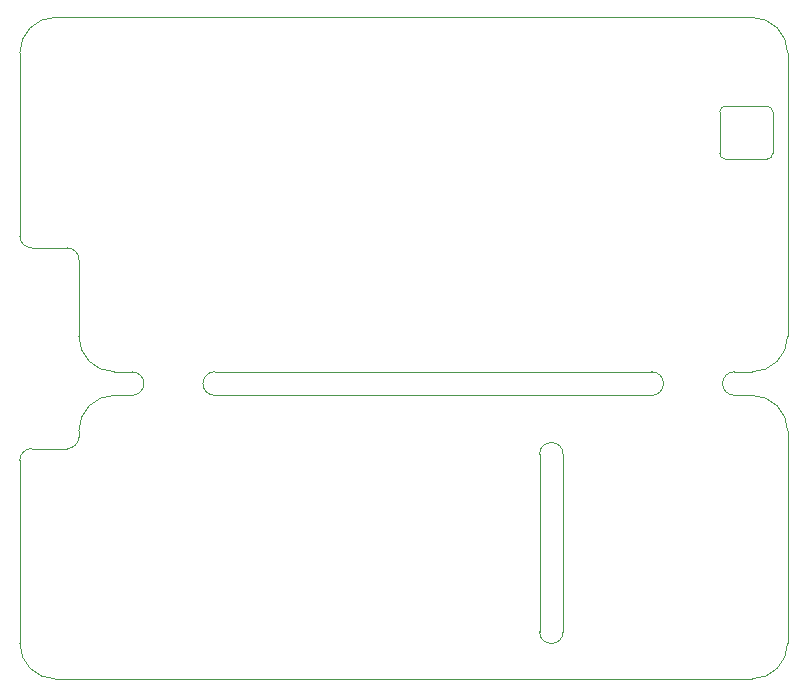
<source format=gbr>
%TF.GenerationSoftware,KiCad,Pcbnew,(6.0.1)*%
%TF.CreationDate,2022-10-10T15:56:49-07:00*%
%TF.ProjectId,WSPR40,57535052-3430-42e6-9b69-6361645f7063,rev?*%
%TF.SameCoordinates,Original*%
%TF.FileFunction,Profile,NP*%
%FSLAX46Y46*%
G04 Gerber Fmt 4.6, Leading zero omitted, Abs format (unit mm)*
G04 Created by KiCad (PCBNEW (6.0.1)) date 2022-10-10 15:56:49*
%MOMM*%
%LPD*%
G01*
G04 APERTURE LIST*
%TA.AperFunction,Profile*%
%ADD10C,0.100000*%
%TD*%
G04 APERTURE END LIST*
D10*
X103499999Y-80000001D02*
X66500001Y-80000001D01*
X94000000Y-87000000D02*
X94000000Y-102000000D01*
X55000000Y-85500000D02*
X54999999Y-84999999D01*
X66500001Y-80000001D02*
G75*
G03*
X65500001Y-81000001I-1J-999999D01*
G01*
X66500001Y-82000001D02*
X103499999Y-82000001D01*
X112000000Y-80000000D02*
G75*
G03*
X115000000Y-77000000I-1J3000001D01*
G01*
X110500000Y-82000000D02*
X112000000Y-82000000D01*
X109750000Y-57500000D02*
X113250000Y-57500001D01*
X50000000Y-68500000D02*
G75*
G03*
X51000000Y-69500000I999999J-1D01*
G01*
X115000000Y-53000000D02*
G75*
G03*
X112000000Y-50000000I-3000001J-1D01*
G01*
X113250000Y-61999999D02*
G75*
G03*
X113749999Y-61500000I-2J500001D01*
G01*
X57999999Y-82000002D02*
X59499999Y-82000001D01*
X59499999Y-80000001D02*
X57999999Y-80000001D01*
X54000000Y-86500000D02*
G75*
G03*
X55000000Y-85500000I1J999999D01*
G01*
X65500001Y-81000001D02*
G75*
G03*
X66500001Y-82000001I999999J-1D01*
G01*
X112000000Y-50000000D02*
X53000000Y-50000000D01*
X109250001Y-61500000D02*
X109250000Y-58000000D01*
X112000000Y-105999998D02*
G75*
G03*
X115000000Y-102999999I1J2999999D01*
G01*
X109500000Y-81000000D02*
G75*
G03*
X110500000Y-82000000I999999J-1D01*
G01*
X50000000Y-87500000D02*
X50000000Y-103000000D01*
X115000000Y-102999999D02*
X115000000Y-85000000D01*
X113749999Y-58000000D02*
G75*
G03*
X113250000Y-57500001I-500001J-2D01*
G01*
X51000000Y-86500000D02*
X54000000Y-86500000D01*
X96000000Y-87000000D02*
G75*
G03*
X94000000Y-87000000I-1000000J0D01*
G01*
X54999999Y-77000001D02*
X55000000Y-70500000D01*
X52999999Y-105999999D02*
X112000000Y-105999998D01*
X94000000Y-102000000D02*
G75*
G03*
X96000000Y-102000000I1000000J0D01*
G01*
X109250001Y-61500000D02*
G75*
G03*
X109750000Y-61999999I500001J2D01*
G01*
X54999999Y-77000001D02*
G75*
G03*
X57999999Y-80000001I3000001J1D01*
G01*
X50000000Y-68500000D02*
X50000000Y-53000000D01*
X53000000Y-50000000D02*
G75*
G03*
X50000000Y-53000000I1J-3000001D01*
G01*
X112000000Y-80000000D02*
X110500000Y-80000000D01*
X96000000Y-87000000D02*
X96000000Y-102000000D01*
X51000000Y-69500000D02*
X54000000Y-69500000D01*
X115000000Y-85000000D02*
G75*
G03*
X112000000Y-82000000I-3000001J-1D01*
G01*
X110500000Y-80000000D02*
G75*
G03*
X109500000Y-81000000I-1J-999999D01*
G01*
X113749999Y-58000000D02*
X113749999Y-61500000D01*
X60499999Y-81000001D02*
G75*
G03*
X59499999Y-80000001I-999999J1D01*
G01*
X104499999Y-81000001D02*
G75*
G03*
X103499999Y-80000001I-999999J1D01*
G01*
X109750000Y-57500000D02*
G75*
G03*
X109250000Y-58000000I1J-500001D01*
G01*
X50000000Y-103000000D02*
G75*
G03*
X53000000Y-106000000I3000001J1D01*
G01*
X103499999Y-82000001D02*
G75*
G03*
X104499999Y-81000001I1J999999D01*
G01*
X51000000Y-86500000D02*
G75*
G03*
X50000000Y-87500000I-1J-999999D01*
G01*
X113250000Y-61999999D02*
X109750000Y-61999999D01*
X57999999Y-81999999D02*
G75*
G03*
X54999999Y-84999999I1J-3000001D01*
G01*
X59499999Y-82000001D02*
G75*
G03*
X60499999Y-81000001I1J999999D01*
G01*
X55000000Y-70500000D02*
G75*
G03*
X54000000Y-69500000I-999999J1D01*
G01*
X115000000Y-77000000D02*
X115000000Y-53000000D01*
M02*

</source>
